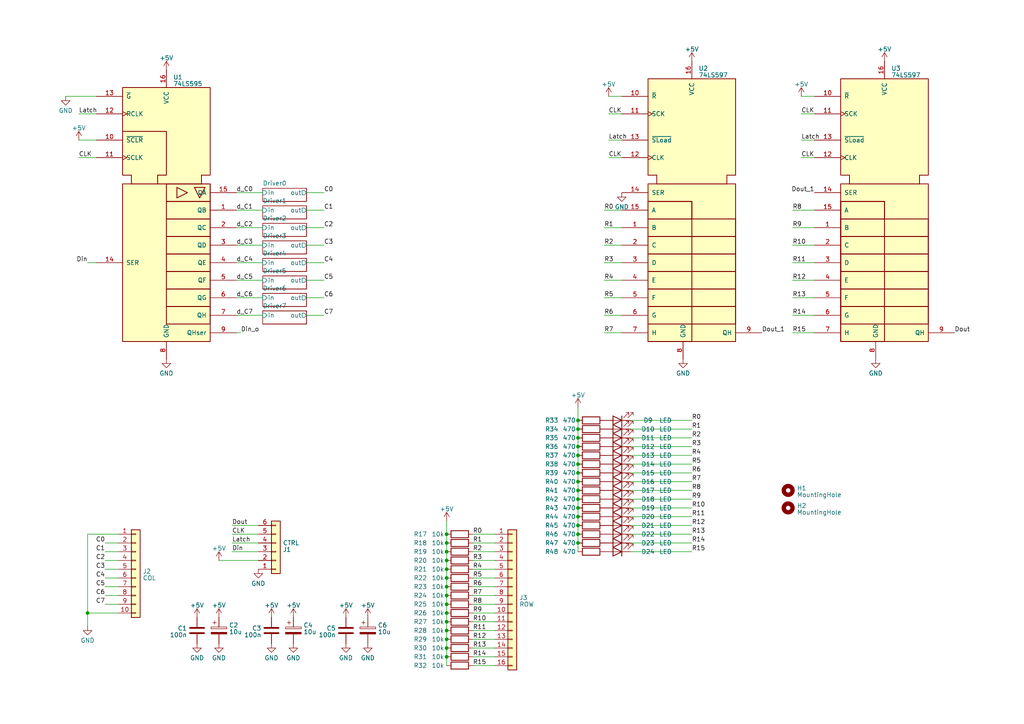
<source format=kicad_sch>
(kicad_sch (version 20231120) (generator "eeschema") (generator_version "8.0")
  (paper "A4")
  (lib_symbols
    (symbol "74xx_IEEE:74LS595" (pin_names (offset 1.016))
      (property "Reference" "U" (at 17.78 20.32 0))
      (property "Value" "74LS595" (at 15.24 -48.26 0))
      (symbol "74LS595_0_0"
        (rectangle (start -12.7 2.54) (end 12.7 -43.18) (stroke (width 0.254)) (fill (type background)))
        (rectangle (start 0 -33.02) (end 12.7 -38.1) (stroke (width 0.254)) (fill (type background)))
        (rectangle (start 0 -27.94) (end 12.7 -33.02) (stroke (width 0.254)) (fill (type background)))
        (rectangle (start 0 -22.86) (end 12.7 -27.94) (stroke (width 0.254)) (fill (type background)))
        (rectangle (start 0 -17.78) (end 12.7 -22.86) (stroke (width 0.254)) (fill (type background)))
        (rectangle (start 0 -12.7) (end 12.7 -17.78) (stroke (width 0.254)) (fill (type background)))
        (rectangle (start 0 -7.62) (end 12.7 -12.7) (stroke (width 0.254)) (fill (type background)))
        (rectangle (start 0 -2.54) (end 12.7 -7.62) (stroke (width 0.254)) (fill (type background)))
        (polyline (pts (xy 3.048 1.524) (xy 3.048 -1.524) (xy 6.096 0) (xy 3.048 1.524) (xy 3.048 1.524)) (stroke (width 0.254)) (fill (type background)))
        (polyline (pts (xy 11.176 1.524) (xy 8.128 1.524) (xy 9.652 -1.524) (xy 11.176 1.524) (xy 11.176 1.524)) (stroke (width 0.254)) (fill (type background)))
        (polyline (pts (xy -12.7 17.78) (xy 0 17.78) (xy 0 5.08) (xy -2.54 5.08) (xy -2.54 2.54) (xy -2.54 2.54)) (stroke (width 0.254)) (fill (type background)))
        (polyline (pts (xy -10.16 2.54) (xy -10.16 5.08) (xy -12.7 5.08) (xy -12.7 30.48) (xy 12.7 30.48) (xy 12.7 5.08) (xy 10.16 5.08) (xy 10.16 2.54) (xy 10.16 2.54)) (stroke (width 0.254)) (fill (type background)))
        (rectangle (start 0 2.54) (end 12.7 -2.54) (stroke (width 0.254)) (fill (type background)))
      )
      (symbol "74LS595_0_1"
        (pin power_in line (at 0 -48.26 90) (length 5.08) (name "GND") (number "8"))
      )
      (symbol "74LS595_1_1"
        (pin tri_state line (at 20.32 -5.08 180) (length 7.62) (name "QB") (number "1"))
        (pin input line (at -20.32 15.24 0) (length 7.62) (name "~{SCLR}") (number "10"))
        (pin input clock (at -20.32 10.16 0) (length 7.62) (name "SCLK") (number "11"))
        (pin input clock (at -20.32 22.86 0) (length 7.62) (name "RCLK") (number "12"))
        (pin input line (at -20.32 27.94 0) (length 7.62) (name "~{G}") (number "13"))
        (pin input line (at -20.32 -20.32 0) (length 7.62) (name "SER") (number "14"))
        (pin tri_state line (at 20.32 0 180) (length 7.62) (name "QA") (number "15"))
        (pin power_in line (at 0 35.56 270) (length 5.08) (name "VCC") (number "16"))
        (pin tri_state line (at 20.32 -10.16 180) (length 7.62) (name "QC") (number "2"))
        (pin tri_state line (at 20.32 -15.24 180) (length 7.62) (name "QD") (number "3"))
        (pin tri_state line (at 20.32 -20.32 180) (length 7.62) (name "QE") (number "4"))
        (pin tri_state line (at 20.32 -25.4 180) (length 7.62) (name "QF") (number "5"))
        (pin tri_state line (at 20.32 -30.48 180) (length 7.62) (name "QG") (number "6"))
        (pin tri_state line (at 20.32 -35.56 180) (length 7.62) (name "QH") (number "7"))
        (pin output line (at 20.32 -40.64 180) (length 7.62) (name "QHser") (number "9"))
      )
    )
    (symbol "74xx_IEEE:74LS597" (pin_names (offset 1.016))
      (property "Reference" "U" (at 15.24 43.18 0))
      (property "Value" "74LS597" (at 15.24 -40.64 0))
      (symbol "74LS597_0_0"
        (rectangle (start -12.7 -30.48) (end -12.7 -30.48) (stroke (width 0.254)) (fill (type background)))
        (rectangle (start -12.7 -25.4) (end 12.7 -30.48) (stroke (width 0.254)) (fill (type background)))
        (rectangle (start -12.7 -20.32) (end 12.7 -25.4) (stroke (width 0.254)) (fill (type background)))
        (rectangle (start -12.7 -15.24) (end 12.7 -20.32) (stroke (width 0.254)) (fill (type background)))
        (rectangle (start -12.7 -10.16) (end 12.7 -15.24) (stroke (width 0.254)) (fill (type background)))
        (rectangle (start -12.7 -5.08) (end 12.7 -10.16) (stroke (width 0.254)) (fill (type background)))
        (rectangle (start -12.7 0) (end 12.7 -5.08) (stroke (width 0.254)) (fill (type background)))
        (rectangle (start -12.7 5.08) (end 0 -35.56) (stroke (width 0.254)) (fill (type background)))
        (rectangle (start -12.7 5.08) (end 0 0) (stroke (width 0.254)) (fill (type background)))
        (rectangle (start -12.7 10.16) (end 12.7 -35.56) (stroke (width 0.254)) (fill (type background)))
        (polyline (pts (xy -10.16 10.16) (xy -10.16 12.7) (xy -12.7 12.7) (xy -12.7 40.64) (xy 12.7 40.64) (xy 12.7 12.7) (xy 10.16 12.7) (xy 10.16 10.16) (xy 10.16 10.16)) (stroke (width 0.254)) (fill (type background)))
      )
      (symbol "74LS597_0_1"
        (pin power_in line (at -2.54 -40.64 90) (length 5.08) (name "GND") (number "8"))
      )
      (symbol "74LS597_1_1"
        (pin input line (at -20.32 -2.54 0) (length 7.62) (name "B") (number "1"))
        (pin input line (at -20.32 35.56 0) (length 7.62) (name "~{R}") (number "10"))
        (pin input clock (at -20.32 30.48 0) (length 7.62) (name "SCK") (number "11"))
        (pin input clock (at -20.32 17.78 0) (length 7.62) (name "CLK") (number "12"))
        (pin input line (at -20.32 22.86 0) (length 7.62) (name "~{SLoad}") (number "13"))
        (pin input line (at -20.32 7.62 0) (length 7.62) (name "SER") (number "14"))
        (pin input line (at -20.32 2.54 0) (length 7.62) (name "A") (number "15"))
        (pin power_in line (at 0 45.72 270) (length 5.08) (name "VCC") (number "16"))
        (pin input line (at -20.32 -7.62 0) (length 7.62) (name "C") (number "2"))
        (pin input line (at -20.32 -12.7 0) (length 7.62) (name "D") (number "3"))
        (pin input line (at -20.32 -17.78 0) (length 7.62) (name "E") (number "4"))
        (pin input line (at -20.32 -22.86 0) (length 7.62) (name "F") (number "5"))
        (pin input line (at -20.32 -27.94 0) (length 7.62) (name "G") (number "6"))
        (pin input line (at -20.32 -33.02 0) (length 7.62) (name "H") (number "7"))
        (pin tri_state line (at 20.32 -33.02 180) (length 7.62) (name "QH") (number "9"))
      )
    )
    (symbol "Connector_Generic:Conn_01x06" (pin_names (offset 1.016) hide)
      (property "Reference" "J" (at 0 7.62 0))
      (property "Value" "Conn_01x06" (at 0 -10.16 0))
      (symbol "Conn_01x06_1_1"
        (rectangle (start -1.27 -7.493) (end 0 -7.747) (stroke (width 0.1524)))
        (rectangle (start -1.27 -4.953) (end 0 -5.207) (stroke (width 0.1524)))
        (rectangle (start -1.27 -2.413) (end 0 -2.667) (stroke (width 0.1524)))
        (rectangle (start -1.27 0.127) (end 0 -0.127) (stroke (width 0.1524)))
        (rectangle (start -1.27 2.667) (end 0 2.413) (stroke (width 0.1524)))
        (rectangle (start -1.27 5.207) (end 0 4.953) (stroke (width 0.1524)))
        (rectangle (start -1.27 6.35) (end 1.27 -8.89) (stroke (width 0.254)) (fill (type background)))
        (pin passive line (at -5.08 5.08 0) (length 3.81) (name "Pin_1") (number "1"))
        (pin passive line (at -5.08 2.54 0) (length 3.81) (name "Pin_2") (number "2"))
        (pin passive line (at -5.08 0 0) (length 3.81) (name "Pin_3") (number "3"))
        (pin passive line (at -5.08 -2.54 0) (length 3.81) (name "Pin_4") (number "4"))
        (pin passive line (at -5.08 -5.08 0) (length 3.81) (name "Pin_5") (number "5"))
        (pin passive line (at -5.08 -7.62 0) (length 3.81) (name "Pin_6") (number "6"))
      )
    )
    (symbol "Connector_Generic:Conn_01x10" (pin_names (offset 1.016) hide)
      (property "Reference" "J" (at 0 12.7 0))
      (property "Value" "Conn_01x10" (at 0 -15.24 0))
      (symbol "Conn_01x10_1_1"
        (rectangle (start -1.27 -12.573) (end 0 -12.827) (stroke (width 0.1524)))
        (rectangle (start -1.27 -10.033) (end 0 -10.287) (stroke (width 0.1524)))
        (rectangle (start -1.27 -7.493) (end 0 -7.747) (stroke (width 0.1524)))
        (rectangle (start -1.27 -4.953) (end 0 -5.207) (stroke (width 0.1524)))
        (rectangle (start -1.27 -2.413) (end 0 -2.667) (stroke (width 0.1524)))
        (rectangle (start -1.27 0.127) (end 0 -0.127) (stroke (width 0.1524)))
        (rectangle (start -1.27 2.667) (end 0 2.413) (stroke (width 0.1524)))
        (rectangle (start -1.27 5.207) (end 0 4.953) (stroke (width 0.1524)))
        (rectangle (start -1.27 7.747) (end 0 7.493) (stroke (width 0.1524)))
        (rectangle (start -1.27 10.287) (end 0 10.033) (stroke (width 0.1524)))
        (rectangle (start -1.27 11.43) (end 1.27 -13.97) (stroke (width 0.254)) (fill (type background)))
        (pin passive line (at -5.08 10.16 0) (length 3.81) (name "Pin_1") (number "1"))
        (pin passive line (at -5.08 -12.7 0) (length 3.81) (name "Pin_10") (number "10"))
        (pin passive line (at -5.08 7.62 0) (length 3.81) (name "Pin_2") (number "2"))
        (pin passive line (at -5.08 5.08 0) (length 3.81) (name "Pin_3") (number "3"))
        (pin passive line (at -5.08 2.54 0) (length 3.81) (name "Pin_4") (number "4"))
        (pin passive line (at -5.08 0 0) (length 3.81) (name "Pin_5") (number "5"))
        (pin passive line (at -5.08 -2.54 0) (length 3.81) (name "Pin_6") (number "6"))
        (pin passive line (at -5.08 -5.08 0) (length 3.81) (name "Pin_7") (number "7"))
        (pin passive line (at -5.08 -7.62 0) (length 3.81) (name "Pin_8") (number "8"))
        (pin passive line (at -5.08 -10.16 0) (length 3.81) (name "Pin_9") (number "9"))
      )
    )
    (symbol "Connector_Generic:Conn_01x16" (pin_names (offset 1.016) hide)
      (property "Reference" "J" (at 0 20.32 0))
      (property "Value" "Conn_01x16" (at 0 -22.86 0))
      (symbol "Conn_01x16_1_1"
        (rectangle (start -1.27 -20.193) (end 0 -20.447) (stroke (width 0.1524)))
        (rectangle (start -1.27 -17.653) (end 0 -17.907) (stroke (width 0.1524)))
        (rectangle (start -1.27 -15.113) (end 0 -15.367) (stroke (width 0.1524)))
        (rectangle (start -1.27 -12.573) (end 0 -12.827) (stroke (width 0.1524)))
        (rectangle (start -1.27 -10.033) (end 0 -10.287) (stroke (width 0.1524)))
        (rectangle (start -1.27 -7.493) (end 0 -7.747) (stroke (width 0.1524)))
        (rectangle (start -1.27 -4.953) (end 0 -5.207) (stroke (width 0.1524)))
        (rectangle (start -1.27 -2.413) (end 0 -2.667) (stroke (width 0.1524)))
        (rectangle (start -1.27 0.127) (end 0 -0.127) (stroke (width 0.1524)))
        (rectangle (start -1.27 2.667) (end 0 2.413) (stroke (width 0.1524)))
        (rectangle (start -1.27 5.207) (end 0 4.953) (stroke (width 0.1524)))
        (rectangle (start -1.27 7.747) (end 0 7.493) (stroke (width 0.1524)))
        (rectangle (start -1.27 10.287) (end 0 10.033) (stroke (width 0.1524)))
        (rectangle (start -1.27 12.827) (end 0 12.573) (stroke (width 0.1524)))
        (rectangle (start -1.27 15.367) (end 0 15.113) (stroke (width 0.1524)))
        (rectangle (start -1.27 17.907) (end 0 17.653) (stroke (width 0.1524)))
        (rectangle (start -1.27 19.05) (end 1.27 -21.59) (stroke (width 0.254)) (fill (type background)))
        (pin passive line (at -5.08 17.78 0) (length 3.81) (name "Pin_1") (number "1"))
        (pin passive line (at -5.08 -5.08 0) (length 3.81) (name "Pin_10") (number "10"))
        (pin passive line (at -5.08 -7.62 0) (length 3.81) (name "Pin_11") (number "11"))
        (pin passive line (at -5.08 -10.16 0) (length 3.81) (name "Pin_12") (number "12"))
        (pin passive line (at -5.08 -12.7 0) (length 3.81) (name "Pin_13") (number "13"))
        (pin passive line (at -5.08 -15.24 0) (length 3.81) (name "Pin_14") (number "14"))
        (pin passive line (at -5.08 -17.78 0) (length 3.81) (name "Pin_15") (number "15"))
        (pin passive line (at -5.08 -20.32 0) (length 3.81) (name "Pin_16") (number "16"))
        (pin passive line (at -5.08 15.24 0) (length 3.81) (name "Pin_2") (number "2"))
        (pin passive line (at -5.08 12.7 0) (length 3.81) (name "Pin_3") (number "3"))
        (pin passive line (at -5.08 10.16 0) (length 3.81) (name "Pin_4") (number "4"))
        (pin passive line (at -5.08 7.62 0) (length 3.81) (name "Pin_5") (number "5"))
        (pin passive line (at -5.08 5.08 0) (length 3.81) (name "Pin_6") (number "6"))
        (pin passive line (at -5.08 2.54 0) (length 3.81) (name "Pin_7") (number "7"))
        (pin passive line (at -5.08 0 0) (length 3.81) (name "Pin_8") (number "8"))
        (pin passive line (at -5.08 -2.54 0) (length 3.81) (name "Pin_9") (number "9"))
      )
    )
    (symbol "Device:C" (pin_numbers hide) (pin_names (offset 0.254))
      (property "Reference" "C" (at 0.635 2.54 0))
      (property "Value" "C" (at 0.635 -2.54 0))
      (symbol "C_0_1"
        (polyline (pts (xy -2.032 -0.762) (xy 2.032 -0.762)) (stroke (width 0.508)))
        (polyline (pts (xy -2.032 0.762) (xy 2.032 0.762)) (stroke (width 0.508)))
      )
      (symbol "C_1_1"
        (pin passive line (at 0 3.81 270) (length 2.794) (name "~") (number "1"))
        (pin passive line (at 0 -3.81 90) (length 2.794) (name "~") (number "2"))
      )
    )
    (symbol "Device:C_Polarized" (pin_numbers hide) (pin_names (offset 0.254))
      (property "Reference" "C" (at 0.635 2.54 0))
      (property "Value" "C_Polarized" (at 0.635 -2.54 0))
      (symbol "C_Polarized_0_1"
        (rectangle (start -2.286 0.508) (end 2.286 1.016))
        (polyline (pts (xy -1.778 2.286) (xy -0.762 2.286)))
        (polyline (pts (xy -1.27 2.794) (xy -1.27 1.778)))
        (rectangle (start 2.286 -0.508) (end -2.286 -1.016) (fill (type outline)))
      )
      (symbol "C_Polarized_1_1"
        (pin passive line (at 0 3.81 270) (length 2.794) (name "~") (number "1"))
        (pin passive line (at 0 -3.81 90) (length 2.794) (name "~") (number "2"))
      )
    )
    (symbol "Device:LED" (pin_numbers hide) (pin_names (offset 1.016) hide)
      (property "Reference" "D" (at 0 2.54 0))
      (property "Value" "LED" (at 0 -2.54 0))
      (symbol "LED_0_1"
        (polyline (pts (xy -1.27 -1.27) (xy -1.27 1.27)) (stroke (width 0.254)))
        (polyline (pts (xy -1.27 0) (xy 1.27 0)))
        (polyline (pts (xy 1.27 -1.27) (xy 1.27 1.27) (xy -1.27 0) (xy 1.27 -1.27)) (stroke (width 0.254)))
        (polyline (pts (xy -3.048 -0.762) (xy -4.572 -2.286) (xy -3.81 -2.286) (xy -4.572 -2.286) (xy -4.572 -1.524)))
        (polyline (pts (xy -1.778 -0.762) (xy -3.302 -2.286) (xy -2.54 -2.286) (xy -3.302 -2.286) (xy -3.302 -1.524)))
      )
      (symbol "LED_1_1"
        (pin passive line (at -3.81 0 0) (length 2.54) (name "K") (number "1"))
        (pin passive line (at 3.81 0 180) (length 2.54) (name "A") (number "2"))
      )
    )
    (symbol "Device:R" (pin_numbers hide) (pin_names (offset 0))
      (property "Reference" "R" (at 2.032 0 90))
      (property "Value" "R" (at 0 0 90))
      (symbol "R_0_1"
        (rectangle (start -1.016 -2.54) (end 1.016 2.54) (stroke (width 0.254)))
      )
      (symbol "R_1_1"
        (pin passive line (at 0 3.81 270) (length 1.27) (name "~") (number "1"))
        (pin passive line (at 0 -3.81 90) (length 1.27) (name "~") (number "2"))
      )
    )
    (symbol "Mechanical:MountingHole" (pin_names (offset 1.016))
      (property "Reference" "H" (at 0 5.08 0))
      (property "Value" "MountingHole" (at 0 3.175 0))
      (symbol "MountingHole_0_1"
        (circle (center 0 0) (radius 1.27) (stroke (width 1.27)))
      )
    )
    (symbol "power:+5V" (power) (pin_names (offset 0))
      (property "Value" "+5V" (at 0 3.556 0))
      (symbol "+5V_0_1"
        (polyline (pts (xy -0.762 1.27) (xy 0 2.54)))
        (polyline (pts (xy 0 0) (xy 0 2.54)))
        (polyline (pts (xy 0 2.54) (xy 0.762 1.27)))
      )
      (symbol "+5V_1_1"
        (pin power_in line (at 0 0 90) (length 0) hide (name "+5V") (number "1"))
      )
    )
    (symbol "power:GND" (power) (pin_names (offset 0))
      (property "Value" "GND" (at 0 -3.81 0))
      (symbol "GND_0_1"
        (polyline (pts (xy 0 0) (xy 0 -1.27) (xy 1.27 -1.27) (xy 0 -2.54) (xy -1.27 -1.27) (xy 0 -1.27)))
      )
      (symbol "GND_1_1"
        (pin power_in line (at 0 0 270) (length 0) hide (name "GND") (number "1"))
      )
    )
  )
  (junction (at 167.64 137.16))
  (junction (at 167.64 121.92))
  (junction (at 129.54 177.8))
  (junction (at 129.54 182.88))
  (junction (at 167.64 134.62))
  (junction (at 167.64 154.94))
  (junction (at 129.54 187.96))
  (junction (at 129.54 167.64))
  (junction (at 167.64 144.78))
  (junction (at 129.54 170.18))
  (junction (at 167.64 129.54))
  (junction (at 167.64 147.32))
  (junction (at 25.4 177.8))
  (junction (at 167.64 157.48))
  (junction (at 129.54 185.42))
  (junction (at 167.64 139.7))
  (junction (at 167.64 142.24))
  (junction (at 129.54 154.94))
  (junction (at 129.54 175.26))
  (junction (at 167.64 149.86))
  (junction (at 129.54 172.72))
  (junction (at 167.64 152.4))
  (junction (at 167.64 127))
  (junction (at 129.54 165.1))
  (junction (at 167.64 124.46))
  (junction (at 129.54 162.56))
  (junction (at 167.64 132.08))
  (junction (at 129.54 160.02))
  (junction (at 129.54 157.48))
  (junction (at 129.54 190.5))
  (junction (at 129.54 180.34))
  (wire (pts (xy 22.86 45.72) (xy 27.94 45.72)))
  (wire (pts (xy 167.64 127) (xy 167.64 129.54)))
  (wire (pts (xy 175.26 66.04) (xy 180.34 66.04)))
  (wire (pts (xy 129.54 187.96) (xy 129.54 190.5)))
  (wire (pts (xy 232.41 27.94) (xy 236.22 27.94)))
  (wire (pts (xy 182.88 132.08) (xy 200.66 132.08)))
  (wire (pts (xy 182.88 147.32) (xy 200.66 147.32)))
  (wire (pts (xy 88.9 86.36) (xy 93.98 86.36)))
  (wire (pts (xy 167.64 118.11) (xy 167.64 121.92)))
  (wire (pts (xy 229.87 60.96) (xy 236.22 60.96)))
  (wire (pts (xy 229.87 81.28) (xy 236.22 81.28)))
  (wire (pts (xy 129.54 170.18) (xy 129.54 172.72)))
  (wire (pts (xy 143.51 177.8) (xy 137.16 177.8)))
  (wire (pts (xy 175.26 86.36) (xy 180.34 86.36)))
  (wire (pts (xy 176.53 40.64) (xy 180.34 40.64)))
  (wire (pts (xy 25.4 177.8) (xy 25.4 181.61)))
  (wire (pts (xy 229.87 91.44) (xy 236.22 91.44)))
  (wire (pts (xy 143.51 185.42) (xy 137.16 185.42)))
  (wire (pts (xy 34.29 175.26) (xy 30.48 175.26)))
  (wire (pts (xy 67.31 157.48) (xy 74.93 157.48)))
  (wire (pts (xy 25.4 154.94) (xy 25.4 177.8)))
  (wire (pts (xy 182.88 154.94) (xy 200.66 154.94)))
  (wire (pts (xy 34.29 170.18) (xy 30.48 170.18)))
  (wire (pts (xy 129.54 157.48) (xy 129.54 160.02)))
  (wire (pts (xy 88.9 55.88) (xy 93.98 55.88)))
  (wire (pts (xy 34.29 154.94) (xy 25.4 154.94)))
  (wire (pts (xy 167.64 157.48) (xy 167.64 160.02)))
  (wire (pts (xy 167.64 124.46) (xy 167.64 127)))
  (wire (pts (xy 176.53 27.94) (xy 180.34 27.94)))
  (wire (pts (xy 143.51 182.88) (xy 137.16 182.88)))
  (wire (pts (xy 129.54 182.88) (xy 129.54 185.42)))
  (wire (pts (xy 167.64 129.54) (xy 167.64 132.08)))
  (wire (pts (xy 129.54 185.42) (xy 129.54 187.96)))
  (wire (pts (xy 129.54 151.13) (xy 129.54 154.94)))
  (wire (pts (xy 19.05 27.94) (xy 27.94 27.94)))
  (wire (pts (xy 167.64 132.08) (xy 167.64 134.62)))
  (wire (pts (xy 68.58 96.52) (xy 69.85 96.52)))
  (wire (pts (xy 129.54 175.26) (xy 129.54 177.8)))
  (wire (pts (xy 229.87 86.36) (xy 236.22 86.36)))
  (wire (pts (xy 176.53 33.02) (xy 180.34 33.02)))
  (wire (pts (xy 76.2 76.2) (xy 68.58 76.2)))
  (wire (pts (xy 167.64 154.94) (xy 167.64 157.48)))
  (wire (pts (xy 34.29 160.02) (xy 30.48 160.02)))
  (wire (pts (xy 167.64 152.4) (xy 167.64 154.94)))
  (wire (pts (xy 176.53 45.72) (xy 180.34 45.72)))
  (wire (pts (xy 76.2 71.12) (xy 68.58 71.12)))
  (wire (pts (xy 76.2 55.88) (xy 68.58 55.88)))
  (wire (pts (xy 232.41 45.72) (xy 236.22 45.72)))
  (wire (pts (xy 143.51 165.1) (xy 137.16 165.1)))
  (wire (pts (xy 76.2 60.96) (xy 68.58 60.96)))
  (wire (pts (xy 175.26 96.52) (xy 180.34 96.52)))
  (wire (pts (xy 34.29 165.1) (xy 30.48 165.1)))
  (wire (pts (xy 229.87 71.12) (xy 236.22 71.12)))
  (wire (pts (xy 175.26 76.2) (xy 180.34 76.2)))
  (wire (pts (xy 88.9 91.44) (xy 93.98 91.44)))
  (wire (pts (xy 129.54 162.56) (xy 129.54 165.1)))
  (wire (pts (xy 129.54 167.64) (xy 129.54 170.18)))
  (wire (pts (xy 76.2 91.44) (xy 68.58 91.44)))
  (wire (pts (xy 129.54 177.8) (xy 129.54 180.34)))
  (wire (pts (xy 143.51 167.64) (xy 137.16 167.64)))
  (wire (pts (xy 129.54 190.5) (xy 129.54 193.04)))
  (wire (pts (xy 182.88 124.46) (xy 200.66 124.46)))
  (wire (pts (xy 88.9 81.28) (xy 93.98 81.28)))
  (wire (pts (xy 76.2 86.36) (xy 68.58 86.36)))
  (wire (pts (xy 88.9 66.04) (xy 93.98 66.04)))
  (wire (pts (xy 182.88 139.7) (xy 200.66 139.7)))
  (wire (pts (xy 182.88 149.86) (xy 200.66 149.86)))
  (wire (pts (xy 143.51 180.34) (xy 137.16 180.34)))
  (wire (pts (xy 143.51 160.02) (xy 137.16 160.02)))
  (wire (pts (xy 229.87 76.2) (xy 236.22 76.2)))
  (wire (pts (xy 22.86 40.64) (xy 27.94 40.64)))
  (wire (pts (xy 182.88 121.92) (xy 200.66 121.92)))
  (wire (pts (xy 167.64 139.7) (xy 167.64 142.24)))
  (wire (pts (xy 67.31 154.94) (xy 74.93 154.94)))
  (wire (pts (xy 34.29 157.48) (xy 30.48 157.48)))
  (wire (pts (xy 76.2 66.04) (xy 68.58 66.04)))
  (wire (pts (xy 25.4 76.2) (xy 27.94 76.2)))
  (wire (pts (xy 143.51 157.48) (xy 137.16 157.48)))
  (wire (pts (xy 88.9 60.96) (xy 93.98 60.96)))
  (wire (pts (xy 143.51 162.56) (xy 137.16 162.56)))
  (wire (pts (xy 167.64 142.24) (xy 167.64 144.78)))
  (wire (pts (xy 143.51 172.72) (xy 137.16 172.72)))
  (wire (pts (xy 229.87 66.04) (xy 236.22 66.04)))
  (wire (pts (xy 182.88 134.62) (xy 200.66 134.62)))
  (wire (pts (xy 175.26 71.12) (xy 180.34 71.12)))
  (wire (pts (xy 232.41 40.64) (xy 236.22 40.64)))
  (wire (pts (xy 88.9 71.12) (xy 93.98 71.12)))
  (wire (pts (xy 63.5 162.56) (xy 74.93 162.56)))
  (wire (pts (xy 143.51 190.5) (xy 137.16 190.5)))
  (wire (pts (xy 182.88 160.02) (xy 200.66 160.02)))
  (wire (pts (xy 232.41 33.02) (xy 236.22 33.02)))
  (wire (pts (xy 182.88 127) (xy 200.66 127)))
  (wire (pts (xy 175.26 91.44) (xy 180.34 91.44)))
  (wire (pts (xy 167.64 149.86) (xy 167.64 152.4)))
  (wire (pts (xy 129.54 172.72) (xy 129.54 175.26)))
  (wire (pts (xy 34.29 172.72) (xy 30.48 172.72)))
  (wire (pts (xy 167.64 134.62) (xy 167.64 137.16)))
  (wire (pts (xy 182.88 129.54) (xy 200.66 129.54)))
  (wire (pts (xy 76.2 81.28) (xy 68.58 81.28)))
  (wire (pts (xy 182.88 144.78) (xy 200.66 144.78)))
  (wire (pts (xy 129.54 165.1) (xy 129.54 167.64)))
  (wire (pts (xy 22.86 33.02) (xy 27.94 33.02)))
  (wire (pts (xy 182.88 142.24) (xy 200.66 142.24)))
  (wire (pts (xy 175.26 60.96) (xy 180.34 60.96)))
  (wire (pts (xy 182.88 137.16) (xy 200.66 137.16)))
  (wire (pts (xy 143.51 187.96) (xy 137.16 187.96)))
  (wire (pts (xy 182.88 152.4) (xy 200.66 152.4)))
  (wire (pts (xy 67.31 152.4) (xy 74.93 152.4)))
  (wire (pts (xy 143.51 193.04) (xy 137.16 193.04)))
  (wire (pts (xy 143.51 170.18) (xy 137.16 170.18)))
  (wire (pts (xy 229.87 96.52) (xy 236.22 96.52)))
  (wire (pts (xy 129.54 154.94) (xy 129.54 157.48)))
  (wire (pts (xy 25.4 177.8) (xy 34.29 177.8)))
  (wire (pts (xy 67.31 160.02) (xy 74.93 160.02)))
  (wire (pts (xy 143.51 175.26) (xy 137.16 175.26)))
  (wire (pts (xy 129.54 160.02) (xy 129.54 162.56)))
  (wire (pts (xy 175.26 81.28) (xy 180.34 81.28)))
  (wire (pts (xy 88.9 76.2) (xy 93.98 76.2)))
  (wire (pts (xy 167.64 121.92) (xy 167.64 124.46)))
  (wire (pts (xy 34.29 167.64) (xy 30.48 167.64)))
  (wire (pts (xy 34.29 162.56) (xy 30.48 162.56)))
  (wire (pts (xy 182.88 157.48) (xy 200.66 157.48)))
  (wire (pts (xy 143.51 154.94) (xy 137.16 154.94)))
  (wire (pts (xy 167.64 144.78) (xy 167.64 147.32)))
  (wire (pts (xy 167.64 147.32) (xy 167.64 149.86)))
  (wire (pts (xy 129.54 180.34) (xy 129.54 182.88)))
  (wire (pts (xy 167.64 137.16) (xy 167.64 139.7)))
  (label "R11" (at 137.16 182.88 0))
  (label "C6" (at 93.98 86.36 0))
  (label "Dout" (at 67.31 152.4 0))
  (label "C1" (at 93.98 60.96 0))
  (label "d_C7" (at 68.58 91.44 0))
  (label "d_C5" (at 68.58 81.28 0))
  (label "R7" (at 137.16 172.72 0))
  (label "R2" (at 137.16 160.02 0))
  (label "R8" (at 200.66 142.24 0))
  (label "R12" (at 200.66 152.4 0))
  (label "R13" (at 229.87 86.36 0))
  (label "R14" (at 229.87 91.44 0))
  (label "R1" (at 137.16 157.48 0))
  (label "d_C4" (at 68.58 76.2 0))
  (label "R13" (at 200.66 154.94 0))
  (label "d_C3" (at 68.58 71.12 0))
  (label "Latch" (at 232.41 40.64 0))
  (label "R0" (at 175.26 60.96 0))
  (label "R14" (at 200.66 157.48 0))
  (label "R3" (at 175.26 76.2 0))
  (label "C2" (at 30.48 162.56 180))
  (label "R11" (at 229.87 76.2 0))
  (label "CLK" (at 176.53 33.02 0))
  (label "R8" (at 229.87 60.96 0))
  (label "R14" (at 137.16 190.5 0))
  (label "C6" (at 30.48 172.72 180))
  (label "Latch" (at 22.86 33.02 0))
  (label "d_C2" (at 68.58 66.04 0))
  (label "R10" (at 137.16 180.34 0))
  (label "C4" (at 93.98 76.2 0))
  (label "R5" (at 200.66 134.62 0))
  (label "R9" (at 229.87 66.04 0))
  (label "R9" (at 200.66 144.78 0))
  (label "R5" (at 137.16 167.64 0))
  (label "R5" (at 175.26 86.36 0))
  (label "R6" (at 175.26 91.44 0))
  (label "CLK" (at 67.31 154.94 0))
  (label "C2" (at 93.98 66.04 0))
  (label "R11" (at 200.66 149.86 0))
  (label "R4" (at 200.66 132.08 0))
  (label "CLK" (at 232.41 45.72 0))
  (label "R8" (at 137.16 175.26 0))
  (label "R2" (at 200.66 127 0))
  (label "Dout" (at 276.86 96.52 0))
  (label "R4" (at 137.16 165.1 0))
  (label "Din" (at 25.4 76.2 180))
  (label "C0" (at 30.48 157.48 180))
  (label "R7" (at 175.26 96.52 0))
  (label "R0" (at 200.66 121.92 0))
  (label "R2" (at 175.26 71.12 0))
  (label "CLK" (at 22.86 45.72 0))
  (label "Latch" (at 67.31 157.48 0))
  (label "CLK" (at 232.41 33.02 0))
  (label "R3" (at 137.16 162.56 0))
  (label "R13" (at 137.16 187.96 0))
  (label "R15" (at 137.16 193.04 0))
  (label "R7" (at 200.66 139.7 0))
  (label "R1" (at 175.26 66.04 0))
  (label "Dout_1" (at 220.98 96.52 0))
  (label "R0" (at 137.16 154.94 0))
  (label "d_C0" (at 68.58 55.88 0))
  (label "d_C1" (at 68.58 60.96 0))
  (label "CLK" (at 176.53 45.72 0))
  (label "C4" (at 30.48 167.64 180))
  (label "C0" (at 93.98 55.88 0))
  (label "R6" (at 137.16 170.18 0))
  (label "R15" (at 200.66 160.02 0))
  (label "R1" (at 200.66 124.46 0))
  (label "C7" (at 30.48 175.26 180))
  (label "C5" (at 30.48 170.18 180))
  (label "Din_o" (at 69.85 96.52 0))
  (label "C7" (at 93.98 91.44 0))
  (label "R9" (at 137.16 177.8 0))
  (label "R10" (at 200.66 147.32 0))
  (label "Latch" (at 176.53 40.64 0))
  (label "C5" (at 93.98 81.28 0))
  (label "R12" (at 229.87 81.28 0))
  (label "C3" (at 30.48 165.1 180))
  (label "C3" (at 93.98 71.12 0))
  (label "R6" (at 200.66 137.16 0))
  (label "R3" (at 200.66 129.54 0))
  (label "C1" (at 30.48 160.02 180))
  (label "Din" (at 67.31 160.02 0))
  (label "R10" (at 229.87 71.12 0))
  (label "R4" (at 175.26 81.28 0))
  (label "R12" (at 137.16 185.42 0))
  (label "d_C6" (at 68.58 86.36 0))
  (label "Dout_1" (at 236.22 55.88 180))
  (label "R15" (at 229.87 96.52 0))
  (symbol (lib_id "Device:LED") (at 179.07 160.02 180) (unit 1)
    (property "Reference" "D24" (at 187.96 160.02 0))
    (property "Value" "LED" (at 193.04 160.02 0))
    (property "Footprint" "LED_SMD:LED_0603_1608Metric_Pad1.05x0.95mm_HandSolder" (effects (hide yes)))
  )
  (symbol (lib_id "power:+5V") (at 22.86 40.64 0) (unit 1)
    (property "Reference" "#PWR07" (effects (hide yes)))
    (property "Value" "+5V" (at 22.86 37.1381 0))
  )
  (symbol (lib_id "power:+5V") (at 100.33 179.07 0) (unit 1)
    (property "Reference" "#PWR019" (effects (hide yes)))
    (property "Value" "+5V" (at 100.33 175.5681 0))
  )
  (symbol (lib_id "power:GND") (at 63.5 186.69 0) (unit 1)
    (property "Reference" "#PWR024" (effects (hide yes)))
    (property "Value" "GND" (at 63.5 190.8255 0))
  )
  (symbol (lib_id "74xx_IEEE:74LS597") (at 256.54 63.5 0) (unit 1)
    (property "Reference" "U3" (at 258.4959 19.8501 0) (effects (justify left)))
    (property "Value" "74LS597" (at 258.4959 21.7711 0) (effects (justify left)))
    (property "Footprint" "Package_DIP:DIP-16_W7.62mm_LongPads" (effects (hide yes)))
  )
  (symbol (lib_id "power:GND") (at 78.74 186.69 0) (unit 1)
    (property "Reference" "#PWR025" (effects (hide yes)))
    (property "Value" "GND" (at 78.74 190.8255 0))
  )
  (symbol (lib_id "Device:C_Polarized") (at 106.68 182.88 0) (unit 1)
    (property "Reference" "C6" (at 109.601 181.3473 0) (effects (justify left)))
    (property "Value" "10u" (at 109.601 183.2683 0) (effects (justify left)))
    (property "Footprint" "Capacitor_SMD:C_0805_2012Metric_Pad1.18x1.45mm_HandSolder" (effects (hide yes)))
  )
  (symbol (lib_id "Device:R") (at 133.35 162.56 90) (unit 1)
    (property "Reference" "R20" (at 121.92 162.56 90))
    (property "Value" "10k" (at 127 162.56 90))
    (property "Footprint" "Resistor_SMD:R_0805_2012Metric" (effects (hide yes)))
  )
  (symbol (lib_id "Device:LED") (at 179.07 154.94 180) (unit 1)
    (property "Reference" "D22" (at 187.96 154.94 0))
    (property "Value" "LED" (at 193.04 154.94 0))
    (property "Footprint" "LED_SMD:LED_0603_1608Metric_Pad1.05x0.95mm_HandSolder" (effects (hide yes)))
  )
  (symbol (lib_id "Device:R") (at 171.45 142.24 90) (unit 1)
    (property "Reference" "R41" (at 160.02 142.24 90))
    (property "Value" "470" (at 165.1 142.24 90))
    (property "Footprint" "Resistor_SMD:R_0805_2012Metric" (effects (hide yes)))
  )
  (symbol (lib_id "Device:LED") (at 179.07 127 180) (unit 1)
    (property "Reference" "D11" (at 187.96 127 0))
    (property "Value" "LED" (at 193.04 127 0))
    (property "Footprint" "LED_SMD:LED_0603_1608Metric_Pad1.05x0.95mm_HandSolder" (effects (hide yes)))
  )
  (symbol (lib_id "power:+5V") (at 176.53 27.94 0) (unit 1)
    (property "Reference" "#PWR05" (effects (hide yes)))
    (property "Value" "+5V" (at 176.53 24.4381 0))
  )
  (symbol (lib_id "Device:R") (at 133.35 180.34 90) (unit 1)
    (property "Reference" "R27" (at 121.92 180.34 90))
    (property "Value" "10k" (at 127 180.34 90))
    (property "Footprint" "Resistor_SMD:R_0805_2012Metric" (effects (hide yes)))
  )
  (symbol (lib_id "Device:R") (at 133.35 157.48 90) (unit 1)
    (property "Reference" "R18" (at 121.92 157.48 90))
    (property "Value" "10k" (at 127 157.48 90))
    (property "Footprint" "Resistor_SMD:R_0805_2012Metric" (effects (hide yes)))
  )
  (symbol (lib_id "Device:R") (at 171.45 124.46 90) (unit 1)
    (property "Reference" "R34" (at 160.02 124.46 90))
    (property "Value" "470" (at 165.1 124.46 90))
    (property "Footprint" "Resistor_SMD:R_0805_2012Metric" (effects (hide yes)))
  )
  (symbol (lib_id "power:+5V") (at 85.09 179.07 0) (unit 1)
    (property "Reference" "#PWR018" (effects (hide yes)))
    (property "Value" "+5V" (at 85.09 175.5681 0))
  )
  (symbol (lib_id "Device:R") (at 171.45 154.94 90) (unit 1)
    (property "Reference" "R46" (at 160.02 154.94 90))
    (property "Value" "470" (at 165.1 154.94 90))
    (property "Footprint" "Resistor_SMD:R_0805_2012Metric" (effects (hide yes)))
  )
  (symbol (lib_id "Device:R") (at 133.35 187.96 90) (unit 1)
    (property "Reference" "R30" (at 121.92 187.96 90))
    (property "Value" "10k" (at 127 187.96 90))
    (property "Footprint" "Resistor_SMD:R_0805_2012Metric" (effects (hide yes)))
  )
  (symbol (lib_id "Device:C") (at 100.33 182.88 0) (unit 1)
    (property "Reference" "C5" (at 97.4091 182.2363 0) (effects (justify right)))
    (property "Value" "100n" (at 97.4091 184.1573 0) (effects (justify right)))
    (property "Footprint" "Capacitor_SMD:C_0603_1608Metric_Pad1.08x0.95mm_HandSolder" (effects (hide yes)))
  )
  (symbol (lib_id "Device:C") (at 78.74 182.88 0) (unit 1)
    (property "Reference" "C3" (at 75.8191 182.2363 0) (effects (justify right)))
    (property "Value" "100n" (at 75.8191 184.1573 0) (effects (justify right)))
    (property "Footprint" "Capacitor_SMD:C_0603_1608Metric_Pad1.08x0.95mm_HandSolder" (effects (hide yes)))
  )
  (symbol (lib_id "Device:R") (at 171.45 160.02 90) (unit 1)
    (property "Reference" "R48" (at 160.02 160.02 90))
    (property "Value" "470" (at 165.1 160.02 90))
    (property "Footprint" "Resistor_SMD:R_0805_2012Metric" (effects (hide yes)))
  )
  (symbol (lib_id "power:GND") (at 198.12 104.14 0) (unit 1)
    (property "Reference" "#PWR09" (effects (hide yes)))
    (property "Value" "GND" (at 198.12 108.2755 0))
  )
  (symbol (lib_id "power:GND") (at 25.4 181.61 0) (unit 1)
    (property "Reference" "#PWR021" (effects (hide yes)))
    (property "Value" "GND" (at 25.4 185.7455 0))
  )
  (symbol (lib_id "Mechanical:MountingHole") (at 228.6 147.32 0) (unit 1)
    (property "Reference" "H2" (at 231.14 146.6763 0) (effects (justify left)))
    (property "Value" "MountingHole" (at 231.14 148.5973 0) (effects (justify left)))
    (property "Footprint" "MountingHole:MountingHole_3.2mm_M3" (effects (hide yes)))
  )
  (symbol (lib_id "Device:R") (at 133.35 177.8 90) (unit 1)
    (property "Reference" "R26" (at 121.92 177.8 90))
    (property "Value" "10k" (at 127 177.8 90))
    (property "Footprint" "Resistor_SMD:R_0805_2012Metric" (effects (hide yes)))
  )
  (symbol (lib_id "power:GND") (at 100.33 186.69 0) (unit 1)
    (property "Reference" "#PWR027" (effects (hide yes)))
    (property "Value" "GND" (at 100.33 190.8255 0))
  )
  (symbol (lib_id "power:+5V") (at 63.5 179.07 0) (unit 1)
    (property "Reference" "#PWR016" (effects (hide yes)))
    (property "Value" "+5V" (at 63.5 175.5681 0))
  )
  (symbol (lib_id "Device:R") (at 133.35 182.88 90) (unit 1)
    (property "Reference" "R28" (at 121.92 182.88 90))
    (property "Value" "10k" (at 127 182.88 90))
    (property "Footprint" "Resistor_SMD:R_0805_2012Metric" (effects (hide yes)))
  )
  (symbol (lib_id "Device:LED") (at 179.07 147.32 180) (unit 1)
    (property "Reference" "D19" (at 187.96 147.32 0))
    (property "Value" "LED" (at 193.04 147.32 0))
    (property "Footprint" "LED_SMD:LED_0603_1608Metric_Pad1.05x0.95mm_HandSolder" (effects (hide yes)))
  )
  (symbol (lib_id "power:GND") (at 85.09 186.69 0) (unit 1)
    (property "Reference" "#PWR026" (effects (hide yes)))
    (property "Value" "GND" (at 85.09 190.8255 0))
  )
  (symbol (lib_id "power:GND") (at 48.26 104.14 0) (unit 1)
    (property "Reference" "#PWR08" (effects (hide yes)))
    (property "Value" "GND" (at 48.26 108.2755 0))
  )
  (symbol (lib_id "Device:R") (at 171.45 129.54 90) (unit 1)
    (property "Reference" "R36" (at 160.02 129.54 90))
    (property "Value" "470" (at 165.1 129.54 90))
    (property "Footprint" "Resistor_SMD:R_0805_2012Metric" (effects (hide yes)))
  )
  (symbol (lib_id "Device:LED") (at 179.07 129.54 180) (unit 1)
    (property "Reference" "D12" (at 187.96 129.54 0))
    (property "Value" "LED" (at 193.04 129.54 0))
    (property "Footprint" "LED_SMD:LED_0603_1608Metric_Pad1.05x0.95mm_HandSolder" (effects (hide yes)))
  )
  (symbol (lib_id "power:+5V") (at 78.74 179.07 0) (unit 1)
    (property "Reference" "#PWR017" (effects (hide yes)))
    (property "Value" "+5V" (at 78.74 175.5681 0))
  )
  (symbol (lib_id "power:+5V") (at 63.5 162.56 0) (unit 1)
    (property "Reference" "#PWR013" (effects (hide yes)))
    (property "Value" "+5V" (at 63.5 159.0581 0))
  )
  (symbol (lib_id "Connector_Generic:Conn_01x10") (at 39.37 165.1 0) (unit 1)
    (property "Reference" "J2" (at 41.402 165.7263 0) (effects (justify left)))
    (property "Value" "COL" (at 41.402 167.6473 0) (effects (justify left)))
    (property "Footprint" "Connector_PinHeader_2.54mm:PinHeader_1x10_P2.54mm_Vertical" (effects (hide yes)))
  )
  (symbol (lib_id "power:+5V") (at 129.54 151.13 0) (unit 1)
    (property "Reference" "#PWR012" (effects (hide yes)))
    (property "Value" "+5V" (at 129.54 147.6281 0))
  )
  (symbol (lib_id "Device:LED") (at 179.07 144.78 180) (unit 1)
    (property "Reference" "D18" (at 187.96 144.78 0))
    (property "Value" "LED" (at 193.04 144.78 0))
    (property "Footprint" "LED_SMD:LED_0603_1608Metric_Pad1.05x0.95mm_HandSolder" (effects (hide yes)))
  )
  (symbol (lib_id "Device:R") (at 171.45 139.7 90) (unit 1)
    (property "Reference" "R40" (at 160.02 139.7 90))
    (property "Value" "470" (at 165.1 139.7 90))
    (property "Footprint" "Resistor_SMD:R_0805_2012Metric" (effects (hide yes)))
  )
  (symbol (lib_id "Device:LED") (at 179.07 134.62 180) (unit 1)
    (property "Reference" "D14" (at 187.96 134.62 0))
    (property "Value" "LED" (at 193.04 134.62 0))
    (property "Footprint" "LED_SMD:LED_0603_1608Metric_Pad1.05x0.95mm_HandSolder" (effects (hide yes)))
  )
  (symbol (lib_id "Device:C_Polarized") (at 63.5 182.88 0) (unit 1)
    (property "Reference" "C2" (at 66.421 181.3473 0) (effects (justify left)))
    (property "Value" "10u" (at 66.421 183.2683 0) (effects (justify left)))
    (property "Footprint" "Capacitor_SMD:C_0805_2012Metric_Pad1.18x1.45mm_HandSolder" (effects (hide yes)))
  )
  (symbol (lib_id "Device:R") (at 133.35 160.02 90) (unit 1)
    (property "Reference" "R19" (at 121.92 160.02 90))
    (property "Value" "10k" (at 127 160.02 90))
    (property "Footprint" "Resistor_SMD:R_0805_2012Metric" (effects (hide yes)))
  )
  (symbol (lib_id "Device:C_Polarized") (at 85.09 182.88 0) (unit 1)
    (property "Reference" "C4" (at 88.011 181.3473 0) (effects (justify left)))
    (property "Value" "10u" (at 88.011 183.2683 0) (effects (justify left)))
    (property "Footprint" "Capacitor_SMD:C_0805_2012Metric_Pad1.18x1.45mm_HandSolder" (effects (hide yes)))
  )
  (symbol (lib_id "Device:LED") (at 179.07 121.92 180) (unit 1)
    (property "Reference" "D9" (at 187.96 121.92 0))
    (property "Value" "LED" (at 193.04 121.92 0))
    (property "Footprint" "LED_SMD:LED_0603_1608Metric_Pad1.05x0.95mm_HandSolder" (effects (hide yes)))
  )
  (symbol (lib_id "Device:R") (at 171.45 132.08 90) (unit 1)
    (property "Reference" "R37" (at 160.02 132.08 90))
    (property "Value" "470" (at 165.1 132.08 90))
    (property "Footprint" "Resistor_SMD:R_0805_2012Metric" (effects (hide yes)))
  )
  (symbol (lib_id "power:GND") (at 57.15 186.69 0) (unit 1)
    (property "Reference" "#PWR023" (effects (hide yes)))
    (property "Value" "GND" (at 57.15 190.8255 0))
  )
  (symbol (lib_id "Device:R") (at 171.45 144.78 90) (unit 1)
    (property "Reference" "R42" (at 160.02 144.78 90))
    (property "Value" "470" (at 165.1 144.78 90))
    (property "Footprint" "Resistor_SMD:R_0805_2012Metric" (effects (hide yes)))
  )
  (symbol (lib_id "power:+5V") (at 48.26 20.32 0) (unit 1)
    (property "Reference" "#PWR03" (effects (hide yes)))
    (property "Value" "+5V" (at 48.26 16.8181 0))
  )
  (symbol (lib_id "Device:LED") (at 179.07 142.24 180) (unit 1)
    (property "Reference" "D17" (at 187.96 142.24 0))
    (property "Value" "LED" (at 193.04 142.24 0))
    (property "Footprint" "LED_SMD:LED_0603_1608Metric_Pad1.05x0.95mm_HandSolder" (effects (hide yes)))
  )
  (symbol (lib_id "Device:R") (at 133.35 167.64 90) (unit 1)
    (property "Reference" "R22" (at 121.92 167.64 90))
    (property "Value" "10k" (at 127 167.64 90))
    (property "Footprint" "Resistor_SMD:R_0805_2012Metric" (effects (hide yes)))
  )
  (symbol (lib_id "Device:R") (at 171.45 127 90) (unit 1)
    (property "Reference" "R35" (at 160.02 127 90))
    (property "Value" "470" (at 165.1 127 90))
    (property "Footprint" "Resistor_SMD:R_0805_2012Metric" (effects (hide yes)))
  )
  (symbol (lib_id "Device:LED") (at 179.07 157.48 180) (unit 1)
    (property "Reference" "D23" (at 187.96 157.48 0))
    (property "Value" "LED" (at 193.04 157.48 0))
    (property "Footprint" "LED_SMD:LED_0603_1608Metric_Pad1.05x0.95mm_HandSolder" (effects (hide yes)))
  )
  (symbol (lib_id "Device:R") (at 133.35 190.5 90) (unit 1)
    (property "Reference" "R31" (at 121.92 190.5 90))
    (property "Value" "10k" (at 127 190.5 90))
    (property "Footprint" "Resistor_SMD:R_0805_2012Metric" (effects (hide yes)))
  )
  (symbol (lib_id "Connector_Generic:Conn_01x06") (at 80.01 160.02 0) (mirror x) (unit 1)
    (property "Reference" "J1" (at 82.042 159.3937 0) (effects (justify left)))
    (property "Value" "CTRL" (at 82.042 157.4727 0) (effects (justify left)))
    (property "Footprint" "Connector_PinSocket_2.54mm:PinSocket_1x06_P2.54mm_Horizontal" (effects (hide yes)))
  )
  (symbol (lib_id "Device:LED") (at 179.07 132.08 180) (unit 1)
    (property "Reference" "D13" (at 187.96 132.08 0))
    (property "Value" "LED" (at 193.04 132.08 0))
    (property "Footprint" "LED_SMD:LED_0603_1608Metric_Pad1.05x0.95mm_HandSolder" (effects (hide yes)))
  )
  (symbol (lib_id "Device:R") (at 133.35 175.26 90) (unit 1)
    (property "Reference" "R25" (at 121.92 175.26 90))
    (property "Value" "10k" (at 127 175.26 90))
    (property "Footprint" "Resistor_SMD:R_0805_2012Metric" (effects (hide yes)))
  )
  (symbol (lib_id "Device:R") (at 133.35 165.1 90) (unit 1)
    (property "Reference" "R21" (at 121.92 165.1 90))
    (property "Value" "10k" (at 127 165.1 90))
    (property "Footprint" "Resistor_SMD:R_0805_2012Metric" (effects (hide yes)))
  )
  (symbol (lib_id "power:+5V") (at 106.68 179.07 0) (unit 1)
    (property "Reference" "#PWR020" (effects (hide yes)))
    (property "Value" "+5V" (at 106.68 175.5681 0))
  )
  (symbol (lib_id "Device:R") (at 171.45 149.86 90) (unit 1)
    (property "Reference" "R44" (at 160.02 149.86 90))
    (property "Value" "470" (at 165.1 149.86 90))
    (property "Footprint" "Resistor_SMD:R_0805_2012Metric" (effects (hide yes)))
  )
  (symbol (lib_id "Device:R") (at 133.35 170.18 90) (unit 1)
    (property "Reference" "R23" (at 121.92 170.18 90))
    (property "Value" "10k" (at 127 170.18 90))
    (property "Footprint" "Resistor_SMD:R_0805_2012Metric" (effects (hide yes)))
  )
  (symbol (lib_id "power:GND") (at 180.34 55.88 0) (unit 1)
    (property "Reference" "#PWR011" (effects (hide yes)))
    (property "Value" "GND" (at 180.34 60.0155 0))
  )
  (symbol (lib_id "power:GND") (at 74.93 165.1 0) (unit 1)
    (property "Reference" "#PWR014" (effects (hide yes)))
    (property "Value" "GND" (at 74.93 169.2355 0))
  )
  (symbol (lib_id "Device:R") (at 133.35 154.94 90) (unit 1)
    (property "Reference" "R17" (at 121.92 154.94 90))
    (property "Value" "10k" (at 127 154.94 90))
    (property "Footprint" "Resistor_SMD:R_0805_2012Metric" (effects (hide yes)))
  )
  (symbol (lib_id "Device:R") (at 171.45 152.4 90) (unit 1)
    (property "Reference" "R45" (at 160.02 152.4 90))
    (property "Value" "470" (at 165.1 152.4 90))
    (property "Footprint" "Resistor_SMD:R_0805_2012Metric" (effects (hide yes)))
  )
  (symbol (lib_id "Device:R") (at 171.45 147.32 90) (unit 1)
    (property "Reference" "R43" (at 160.02 147.32 90))
    (property "Value" "470" (at 165.1 147.32 90))
    (property "Footprint" "Resistor_SMD:R_0805_2012Metric" (effects (hide yes)))
  )
  (symbol (lib_id "74xx_IEEE:74LS595") (at 48.26 55.88 0) (unit 1)
    (property "Reference" "U1" (at 50.2159 22.3901 0) (effects (justify left)))
    (property "Value" "74LS595" (at 50.2159 24.3111 0) (effects (justify left)))
    (property "Footprint" "Package_DIP:DIP-16_W7.62mm_LongPads" (effects (hide yes)))
  )
  (symbol (lib_id "Device:LED") (at 179.07 124.46 180) (unit 1)
    (property "Reference" "D10" (at 187.96 124.46 0))
    (property "Value" "LED" (at 193.04 124.46 0))
    (property "Footprint" "LED_SMD:LED_0603_1608Metric_Pad1.05x0.95mm_HandSolder" (effects (hide yes)))
  )
  (symbol (lib_id "power:+5V") (at 256.54 17.78 0) (unit 1)
    (property "Reference" "#PWR02" (effects (hide yes)))
    (property "Value" "+5V" (at 256.54 14.2781 0))
  )
  (symbol (lib_id "Device:C") (at 57.15 182.88 0) (unit 1)
    (property "Reference" "C1" (at 54.2291 182.2363 0) (effects (justify right)))
    (property "Value" "100n" (at 54.2291 184.1573 0) (effects (justify right)))
    (property "Footprint" "Capacitor_SMD:C_0603_1608Metric_Pad1.08x0.95mm_HandSolder" (effects (hide yes)))
  )
  (symbol (lib_id "Device:R") (at 171.45 134.62 90) (unit 1)
    (property "Reference" "R38" (at 160.02 134.62 90))
    (property "Value" "470" (at 165.1 134.62 90))
    (property "Footprint" "Resistor_SMD:R_0805_2012Metric" (effects (hide yes)))
  )
  (symbol (lib_id "Connector_Generic:Conn_01x16") (at 148.59 172.72 0) (unit 1)
    (property "Reference" "J3" (at 150.622 173.3463 0) (effects (justify left)))
    (property "Value" "ROW" (at 150.622 175.2673 0) (effects (justify left)))
    (property "Footprint" "Connector_PinHeader_2.54mm:PinHeader_1x16_P2.54mm_Vertical" (effects (hide yes)))
  )
  (symbol (lib_id "Device:R") (at 171.45 137.16 90) (unit 1)
    (property "Reference" "R39" (at 160.02 137.16 90))
    (property "Value" "470" (at 165.1 137.16 90))
    (property "Footprint" "Resistor_SMD:R_0805_2012Metric" (effects (hide yes)))
  )
  (symbol (lib_id "Device:LED") (at 179.07 137.16 180) (unit 1)
    (property "Reference" "D15" (at 187.96 137.16 0))
    (property "Value" "LED" (at 193.04 137.16 0))
    (property "Footprint" "LED_SMD:LED_0603_1608Metric_Pad1.05x0.95mm_HandSolder" (effects (hide yes)))
  )
  (symbol (lib_id "Device:R") (at 171.45 157.48 90) (unit 1)
    (property "Reference" "R47" (at 160.02 157.48 90))
    (property "Value" "470" (at 165.1 157.48 90))
    (property "Footprint" "Resistor_SMD:R_0805_2012Metric" (effects (hide yes)))
  )
  (symbol (lib_id "power:+5V") (at 200.66 17.78 0) (unit 1)
    (property "Reference" "#PWR01" (effects (hide yes)))
    (property "Value" "+5V" (at 200.66 14.2781 0))
  )
  (symbol (lib_id "power:GND") (at 106.68 186.69 0) (unit 1)
    (property "Reference" "#PWR028" (effects (hide yes)))
    (property "Value" "GND" (at 106.68 190.8255 0))
  )
  (symbol (lib_id "Device:LED") (at 179.07 139.7 180) (unit 1)
    (property "Reference" "D16" (at 187.96 139.7 0))
    (property "Value" "LED" (at 193.04 139.7 0))
    (property "Footprint" "LED_SMD:LED_0603_1608Metric_Pad1.05x0.95mm_HandSolder" (effects (hide yes)))
  )
  (symbol (lib_id "power:GND") (at 19.05 27.94 0) (unit 1)
    (property "Reference" "#PWR04" (effects (hide yes)))
    (property "Value" "GND" (at 19.05 32.0755 0))
  )
  (symbol (lib_id "Device:R") (at 133.35 172.72 90) (unit 1)
    (property "Reference" "R24" (at 121.92 172.72 90))
    (property "Value" "10k" (at 127 172.72 90))
    (property "Footprint" "Resistor_SMD:R_0805_2012Metric" (effects (hide yes)))
  )
  (symbol (lib_id "Device:LED") (at 179.07 152.4 180) (unit 1)
    (property "Reference" "D21" (at 187.96 152.4 0))
    (property "Value" "LED" (at 193.04 152.4 0))
    (property "Footprint" "LED_SMD:LED_0603_1608Metric_Pad1.05x0.95mm_HandSolder" (effects (hide yes)))
  )
  (symbol (lib_id "power:+5V") (at 57.15 179.07 0) (unit 1)
    (property "Reference" "#PWR015" (effects (hide yes)))
    (property "Value" "+5V" (at 57.15 175.5681 0))
  )
  (symbol (lib_id "power:+5V") (at 167.64 118.11 0) (unit 1)
    (property "Reference" "#PWR022" (effects (hide yes)))
    (property "Value" "+5V" (at 167.64 114.6081 0))
  )
  (symbol (lib_id "Device:R") (at 171.45 121.92 90) (unit 1)
    (property "Reference" "R33" (at 160.02 121.92 90))
    (property "Value" "470" (at 165.1 121.92 90))
    (property "Footprint" "Resistor_SMD:R_0805_2012Metric" (effects (hide yes)))
  )
  (symbol (lib_id "Device:R") (at 133.35 193.04 90) (unit 1)
    (property "Reference" "R32" (at 121.92 193.04 90))
    (property "Value" "10k" (at 127 193.04 90))
    (property "Footprint" "Resistor_SMD:R_0805_2012Metric" (effects (hide yes)))
  )
  (symbol (lib_id "Device:LED") (at 179.07 149.86 180) (unit 1)
    (property "Reference" "D20" (at 187.96 149.86 0))
    (property "Value" "LED" (at 193.04 149.86 0))
    (property "Footprint" "LED_SMD:LED_0603_1608Metric_Pad1.05x0.95mm_HandSolder" (effects (hide yes)))
  )
  (symbol (lib_id "power:GND") (at 254 104.14 0) (unit 1)
    (property "Reference" "#PWR010" (effects (hide yes)))
    (property "Value" "GND" (at 254 108.2755 0))
  )
  (symbol (lib_id "power:+5V") (at 232.41 27.94 0) (unit 1)
    (property "Reference" "#PWR06" (effects (hide yes)))
    (property "Value" "+5V" (at 232.41 24.4381 0))
  )
  (symbol (lib_id "74xx_IEEE:74LS597") (at 200.66 63.5 0) (unit 1)
    (property "Reference" "U2" (at 202.6159 19.8501 0) (effects (justify left)))
    (property "Value" "74LS597" (at 202.6159 21.7711 0) (effects (justify left)))
    (property "Footprint" "Package_DIP:DIP-16_W7.62mm_LongPads" (effects (hide yes)))
  )
  (symbol (lib_id "Device:R") (at 133.35 185.42 90) (unit 1)
    (property "Reference" "R29" (at 121.92 185.42 90))
    (property "Value" "10k" (at 127 185.42 90))
    (property "Footprint" "Resistor_SMD:R_0805_2012Metric" (effects (hide yes)))
  )
  (symbol (lib_id "Mechanical:MountingHole") (at 228.6 142.24 0) (unit 1)
    (property "Reference" "H1" (at 231.14 141.5963 0) (effects (justify left)))
    (property "Value" "MountingHole" (at 231.14 143.5173 0) (effects (justify left)))
    (property "Footprint" "MountingHole:MountingHole_3.2mm_M3" (effects (hide yes)))
  )
  (sheet (at 76.2 59.69) (size 12.7 3.81) (stroke (width 0.1524))
    (property "Sheetname" "Driver1" (at 76.2 58.9784 0) (effects (justify left bottom)))
    (property "Sheetfile" "driver.kicad_sch" (effects (hide yes)))
    (pin "in" input (at 76.2 60.96 180))
    (pin "out" output (at 88.9 60.96 0))
  )
  (sheet (at 76.2 74.93) (size 12.7 3.81) (stroke (width 0.1524))
    (property "Sheetname" "Driver4" (at 76.2 74.2184 0) (effects (justify left bottom)))
    (property "Sheetfile" "driver.kicad_sch" (effects (hide yes)))
    (pin "in" input (at 76.2 76.2 180))
    (pin "out" output (at 88.9 76.2 0))
  )
  (sheet (at 76.2 64.77) (size 12.7 3.81) (stroke (width 0.1524))
    (property "Sheetname" "Driver2" (at 76.2 64.0584 0) (effects (justify left bottom)))
    (property "Sheetfile" "driver.kicad_sch" (effects (hide yes)))
    (pin "in" input (at 76.2 66.04 180))
    (pin "out" output (at 88.9 66.04 0))
  )
  (sheet (at 76.2 54.61) (size 12.7 3.81) (stroke (width 0.1524))
    (property "Sheetname" "Driver0" (at 76.2 53.8984 0) (effects (justify left bottom)))
    (property "Sheetfile" "driver.kicad_sch" (effects (hide yes)))
    (pin "in" input (at 76.2 55.88 180))
    (pin "out" output (at 88.9 55.88 0))
  )
  (sheet (at 76.2 80.01) (size 12.7 3.81) (stroke (width 0.1524))
    (property "Sheetname" "Driver5" (at 76.2 79.2984 0) (effects (justify left bottom)))
    (property "Sheetfile" "driver.kicad_sch" (effects (hide yes)))
    (pin "in" input (at 76.2 81.28 180))
    (pin "out" output (at 88.9 81.28 0))
  )
  (sheet (at 76.2 90.17) (size 12.7 3.81) (stroke (width 0.1524))
    (property "Sheetname" "Driver7" (at 76.2 89.4584 0) (effects (justify left bottom)))
    (property "Sheetfile" "driver.kicad_sch" (effects (hide yes)))
    (pin "in" input (at 76.2 91.44 180))
    (pin "out" output (at 88.9 91.44 0))
  )
  (sheet (at 76.2 85.09) (size 12.7 3.81) (stroke (width 0.1524))
    (property "Sheetname" "Driver6" (at 76.2 84.3784 0) (effects (justify left bottom)))
    (property "Sheetfile" "driver.kicad_sch" (effects (hide yes)))
    (pin "in" input (at 76.2 86.36 180))
    (pin "out" output (at 88.9 86.36 0))
  )
  (sheet (at 76.2 69.85) (size 12.7 3.81) (stroke (width 0.1524))
    (property "Sheetname" "Driver3" (at 76.2 69.1384 0) (effects (justify left bottom)))
    (property "Sheetfile" "driver.kicad_sch" (effects (hide yes)))
    (pin "in" input (at 76.2 71.12 180))
    (pin "out" output (at 88.9 71.12 0))
  )
)
</source>
